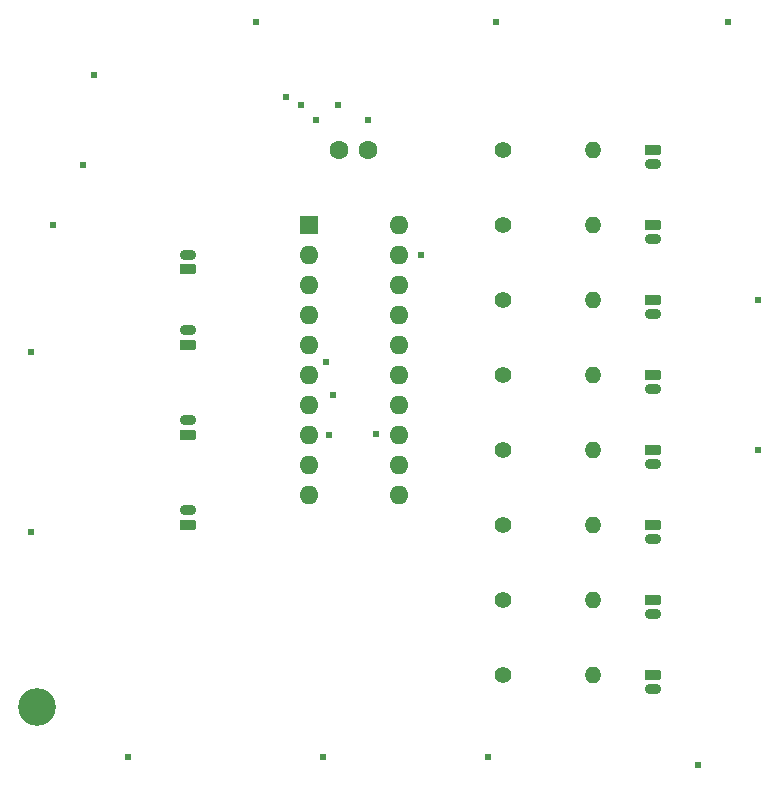
<source format=gbs>
G04 #@! TF.GenerationSoftware,KiCad,Pcbnew,(6.0.6)*
G04 #@! TF.CreationDate,2022-07-28T21:52:44+09:00*
G04 #@! TF.ProjectId,TargetSite,54617267-6574-4536-9974-652e6b696361,rev?*
G04 #@! TF.SameCoordinates,PX7bfa480PY7bfa480*
G04 #@! TF.FileFunction,Soldermask,Bot*
G04 #@! TF.FilePolarity,Negative*
%FSLAX46Y46*%
G04 Gerber Fmt 4.6, Leading zero omitted, Abs format (unit mm)*
G04 Created by KiCad (PCBNEW (6.0.6)) date 2022-07-28 21:52:44*
%MOMM*%
%LPD*%
G01*
G04 APERTURE LIST*
G04 Aperture macros list*
%AMRoundRect*
0 Rectangle with rounded corners*
0 $1 Rounding radius*
0 $2 $3 $4 $5 $6 $7 $8 $9 X,Y pos of 4 corners*
0 Add a 4 corners polygon primitive as box body*
4,1,4,$2,$3,$4,$5,$6,$7,$8,$9,$2,$3,0*
0 Add four circle primitives for the rounded corners*
1,1,$1+$1,$2,$3*
1,1,$1+$1,$4,$5*
1,1,$1+$1,$6,$7*
1,1,$1+$1,$8,$9*
0 Add four rect primitives between the rounded corners*
20,1,$1+$1,$2,$3,$4,$5,0*
20,1,$1+$1,$4,$5,$6,$7,0*
20,1,$1+$1,$6,$7,$8,$9,0*
20,1,$1+$1,$8,$9,$2,$3,0*%
G04 Aperture macros list end*
%ADD10RoundRect,0.225000X-0.475000X0.225000X-0.475000X-0.225000X0.475000X-0.225000X0.475000X0.225000X0*%
%ADD11O,1.400000X0.900000*%
%ADD12C,1.400000*%
%ADD13O,1.400000X1.400000*%
%ADD14RoundRect,0.225000X0.475000X-0.225000X0.475000X0.225000X-0.475000X0.225000X-0.475000X-0.225000X0*%
%ADD15R,1.600000X1.600000*%
%ADD16O,1.600000X1.600000*%
%ADD17C,3.200000*%
%ADD18C,1.600000*%
%ADD19C,0.605000*%
G04 APERTURE END LIST*
D10*
X57150000Y38100000D03*
D11*
X57150000Y36850000D03*
D12*
X44450000Y12700000D03*
D13*
X52070000Y12700000D03*
D12*
X44450000Y38100000D03*
D13*
X52070000Y38100000D03*
D14*
X17780000Y33020000D03*
D11*
X17780000Y34270000D03*
D15*
X27950000Y50800000D03*
D16*
X27950000Y48260000D03*
X27950000Y45720000D03*
X27950000Y43180000D03*
X27950000Y40640000D03*
X27950000Y38100000D03*
X27950000Y35560000D03*
X27950000Y33020000D03*
X27950000Y30480000D03*
X27950000Y27940000D03*
X35570000Y27940000D03*
X35570000Y30480000D03*
X35570000Y33020000D03*
X35570000Y35560000D03*
X35570000Y38100000D03*
X35570000Y40640000D03*
X35570000Y43180000D03*
X35570000Y45720000D03*
X35570000Y48260000D03*
X35570000Y50800000D03*
D10*
X57150000Y31750000D03*
D11*
X57150000Y30500000D03*
D14*
X17780000Y47010000D03*
D11*
X17780000Y48260000D03*
D10*
X57150000Y19050000D03*
D11*
X57150000Y17800000D03*
D17*
X5000000Y10000000D03*
D10*
X57150000Y12700000D03*
D11*
X57150000Y11450000D03*
D10*
X57150000Y57150000D03*
D11*
X57150000Y55900000D03*
D10*
X57150000Y44450000D03*
D11*
X57150000Y43200000D03*
D10*
X57150000Y25400000D03*
D11*
X57150000Y24150000D03*
D10*
X57150000Y50800000D03*
D11*
X57150000Y49550000D03*
D14*
X17780000Y25400000D03*
D11*
X17780000Y26650000D03*
D12*
X44450000Y44450000D03*
D13*
X52070000Y44450000D03*
D12*
X44450000Y19050000D03*
D13*
X52070000Y19050000D03*
D12*
X44450000Y50800000D03*
D13*
X52070000Y50800000D03*
D12*
X44450000Y31750000D03*
D13*
X52070000Y31750000D03*
D12*
X44450000Y57150000D03*
D13*
X52070000Y57150000D03*
D18*
X33000000Y57150000D03*
X30500000Y57150000D03*
D12*
X44450000Y25400000D03*
D13*
X52070000Y25400000D03*
D14*
X17780000Y40640000D03*
D11*
X17780000Y41890000D03*
D19*
X43815000Y67945000D03*
X66040000Y31750000D03*
X29210000Y5715000D03*
X23495000Y67945000D03*
X28575000Y59690000D03*
X8890000Y55880000D03*
X43180000Y5715000D03*
X60960000Y5080000D03*
X6350000Y50800000D03*
X33020000Y59690000D03*
X4445000Y24765000D03*
X63500000Y67945000D03*
X9822400Y63500000D03*
X4445000Y40005000D03*
X66040000Y44450000D03*
X12700000Y5715000D03*
X26020000Y61610000D03*
X37465000Y48260000D03*
X30480000Y60960000D03*
X27305000Y60960000D03*
X33657482Y33055768D03*
X30012072Y36362072D03*
X29444778Y39194137D03*
X29656721Y33005414D03*
M02*

</source>
